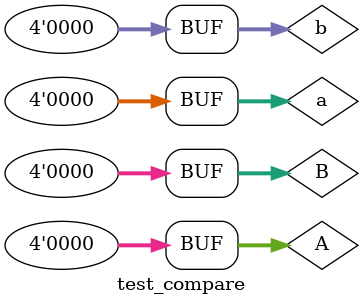
<source format=v>
`timescale 1ns/10ps
module test_compare;
  reg [3:0]a,b;
  reg [3:0]A,B;
  wire qagb,qasb,qaeb;
  compare_8 u1(.DataA(a),.DataB(b),.DataA_0(A),.DataB_0(B),.QAGB(qagb),.QASB(qasb),.QAEB(qaeb));
  initial
    begin
        A=4'b1000;
        a=4'b0001;
        B=4'b0001;
        b=4'b1000;
        repeat(4)
            #30 A=A<<1;
                a=a>>1;
                B=B>>1;
                b=b<<1;
        repeat(4)
            #30 a=a<<1;
                A=A>>1;
                b=b>>1;
                B=B<<1;
     end
endmodule

</source>
